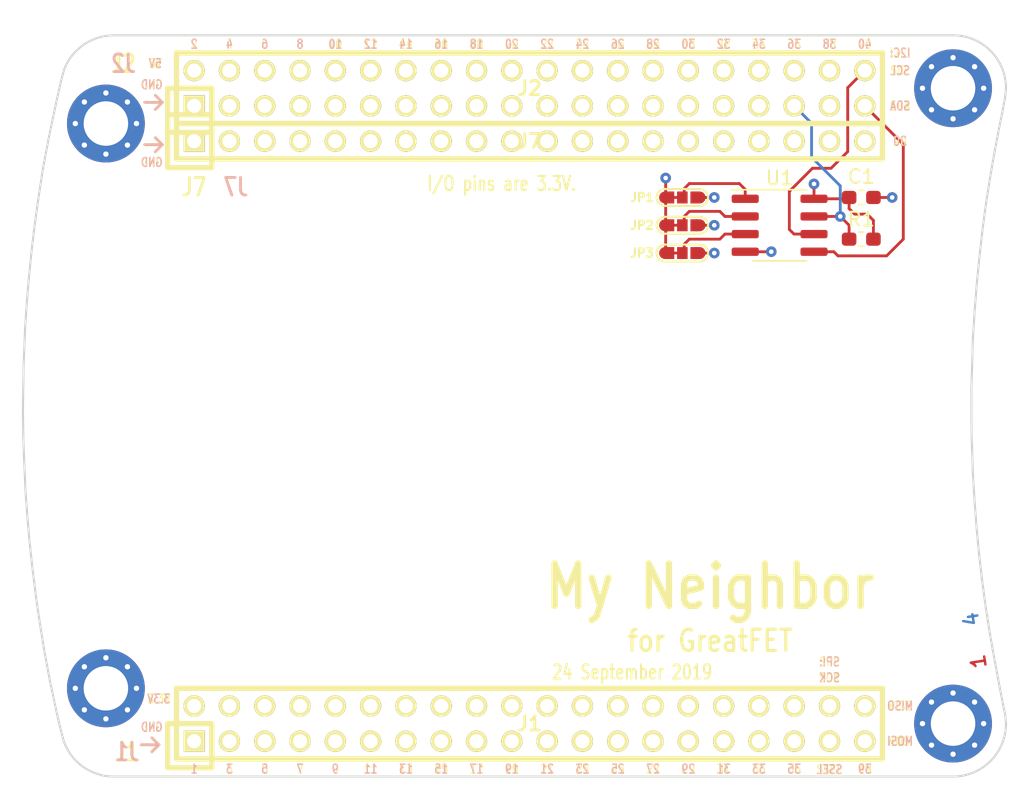
<source format=kicad_pcb>
(kicad_pcb (version 20171130) (host pcbnew 5.1.4)
  (layers (0 F.Cu signal) (1 C2.Cu power) (2 C3.Cu power) (31 B.Cu signal) (34 B.Paste user) (35 F.Paste user) (36 B.SilkS user) (37 F.SilkS user) (38 B.Mask user) (39 F.Mask user) (44 Edge.Cuts user))
  (net 0 "")
  (net 1 GND)
  (net 2 VCC)
  (net 3 /P4_9)
  (net 4 /P0_0)
  (net 5 /P4_10)
  (net 6 /P0_1)
  (net 7 /P1_0)
  (net 8 /P5_0)
  (net 9 /P5_1)
  (net 10 /P1_1)
  (net 11 /CLK0)
  (net 12 /P1_2)
  (net 13 /P1_5)
  (net 14 /P5_2)
  (net 15 /P1_7)
  (net 16 /P1_6)
  (net 17 /P1_9)
  (net 18 /P1_8)
  (net 19 /P5_3)
  (net 20 /P1_10)
  (net 21 /P1_12)
  (net 22 /P1_11)
  (net 23 /P5_5)
  (net 24 /P5_4)
  (net 25 /P1_14)
  (net 26 /P1_13)
  (net 27 /P5_6)
  (net 28 /P1_15)
  (net 29 /P5_7)
  (net 30 /P1_16)
  (net 31 /P1_18)
  (net 32 /P1_17)
  (net 33 /P9_5)
  (net 34 /P9_6)
  (net 35 /P2_0)
  (net 36 /P6_0)
  (net 37 /P1_20)
  (net 38 /P1_19)
  (net 39 /P1_4)
  (net 40 /P1_3)
  (net 41 /P4_8)
  (net 42 /P4_0)
  (net 43 /ADC0_0)
  (net 44 /P4_5)
  (net 45 /P4_4)
  (net 46 /P4_2)
  (net 47 /P4_3)
  (net 48 /P4_6)
  (net 49 /P4_7)
  (net 50 /CLK2)
  (net 51 /P2_8)
  (net 52 /P2_7)
  (net 53 /P2_6)
  (net 54 /P7_7)
  (net 55 /WAKEUP0)
  (net 56 /P2_5)
  (net 57 /P2_4)
  (net 58 /P2_3)
  (net 59 /PF_4)
  (net 60 /P3_2)
  (net 61 /P7_2)
  (net 62 /P3_1)
  (net 63 /P7_1)
  (net 64 /P3_0)
  (net 65 /P7_0)
  (net 66 /P3_4)
  (net 67 /P6_8)
  (net 68 /P3_7)
  (net 69 /P6_7)
  (net 70 /P3_3)
  (net 71 /P2_2)
  (net 72 /P6_6)
  (net 73 /P2_1)
  (net 74 /P6_3)
  (net 75 /P3_5)
  (net 76 /P3_6)
  (net 77 /I2C0_SDA)
  (net 78 /I2C0_SCL)
  (net 79 /P6_4)
  (net 80 /P6_5)
  (net 81 /ADC0_5)
  (net 82 /ADC0_2)
  (net 83 /P2_9)
  (net 84 /P2_12)
  (net 85 /P2_13)
  (net 86 /RTC_ALARM)
  (net 87 /RESET)
  (net 88 /VBAT)
  (net 89 /P2_11)
  (net 90 /P2_10)
  (net 91 /P6_10)
  (net 92 /P6_9)
  (net 93 /P6_2)
  (net 94 /P6_1)
  (net 95 /E0)
  (net 96 /E1)
  (net 97 /E2)
  (net 98 /RTCX1)
  (net 99 +5V)
  (module neighbor:0603-JUMPER-3-BRIDGED12 (layer F.Cu) (at 157.05 82.25)
    (fp_text reference JP2 (at -2.9 0) (layer F.SilkS) (effects (font (size 0.6096 0.6096) (thickness 0.1524))))
    (fp_text value Jumper_3_Bridged12 hide)
    (pad "" smd rect (at -0.5 0) (size 0.762 0.2032) (layers F.Cu F.Mask))
    (pad 2 smd rect (at 0 0) (size 0.762 0.8636) (layers F.Cu F.Mask) (net 96 /E1))
    (pad 3 smd oval (at 1.1271 0) (size 1.0922 0.8636) (layers F.Cu F.Mask) (net 2 VCC))
    (pad 1 smd rect (at -0.835 0) (size 0.508 0.8636) (layers F.Cu F.Mask) (net 1 GND))
    (pad 3 smd rect (at 0.835 0) (size 0.508 0.8636) (layers F.Cu F.Mask) (net 2 VCC))
    (pad 1 smd oval (at -1.1271 0) (size 1.0922 0.8636) (layers F.Cu F.Mask) (net 1 GND))
  )
  (module Capacitor_SMD:C_0603_1608Metric_Pad1.05x0.95mm_HandSolder (layer F.Cu) (at 169.925 80.25 180)
    (fp_text reference C1 (at 0 1.5) (layer F.SilkS))
    (fp_text value 100nF)
    (pad 2 smd roundrect (at 0.875 0 180) (size 1.05 0.95) (layers F.Cu F.Paste F.Mask) (net 2 VCC))
    (pad 1 smd roundrect (at -0.875 0 180) (size 1.05 0.95) (layers F.Cu F.Paste F.Mask) (net 1 GND))
  )
  (module Resistor_SMD:R_0603_1608Metric_Pad1.05x0.95mm_HandSolder (layer F.Cu) (at 169.925 83.25)
    (fp_text reference R1 (at 0 -1.43) (layer F.SilkS))
    (fp_text value 10k)
    (pad 2 smd roundrect (at 0.875 0) (size 1.05 0.95) (layers F.Cu F.Paste F.Mask) (net 2 VCC))
    (pad 1 smd roundrect (at -0.875 0) (size 1.05 0.95) (layers F.Cu F.Paste F.Mask) (net 73 /P2_1))
  )
  (module neighbor:0603-JUMPER-3-BRIDGED12 (layer F.Cu) (at 157.05 84.25)
    (fp_text reference JP3 (at -2.9 0) (layer F.SilkS) (effects (font (size 0.6096 0.6096) (thickness 0.1524))))
    (fp_text value Jumper_3_Bridged12 hide)
    (pad "" smd rect (at -0.5 0) (size 0.762 0.2032) (layers F.Cu F.Mask))
    (pad 2 smd rect (at 0 0) (size 0.762 0.8636) (layers F.Cu F.Mask) (net 97 /E2))
    (pad 3 smd oval (at 1.1271 0) (size 1.0922 0.8636) (layers F.Cu F.Mask) (net 2 VCC))
    (pad 1 smd rect (at -0.835 0) (size 0.508 0.8636) (layers F.Cu F.Mask) (net 1 GND))
    (pad 3 smd rect (at 0.835 0) (size 0.508 0.8636) (layers F.Cu F.Mask) (net 2 VCC))
    (pad 1 smd oval (at -1.1271 0) (size 1.0922 0.8636) (layers F.Cu F.Mask) (net 1 GND))
  )
  (module neighbor:0603-JUMPER-3-BRIDGED12 (layer F.Cu) (at 157.05 80.25)
    (fp_text reference JP1 (at -2.9 0) (layer F.SilkS) (effects (font (size 0.6096 0.6096) (thickness 0.1524))))
    (fp_text value Jumper_3_Bridged12 hide)
    (pad "" smd rect (at -0.5 0) (size 0.762 0.2032) (layers F.Cu F.Mask))
    (pad 2 smd rect (at 0 0) (size 0.762 0.8636) (layers F.Cu F.Mask) (net 95 /E0))
    (pad 3 smd oval (at 1.1271 0) (size 1.0922 0.8636) (layers F.Cu F.Mask) (net 2 VCC))
    (pad 1 smd rect (at -0.835 0) (size 0.508 0.8636) (layers F.Cu F.Mask) (net 1 GND))
    (pad 3 smd rect (at 0.835 0) (size 0.508 0.8636) (layers F.Cu F.Mask) (net 2 VCC))
    (pad 1 smd oval (at -1.1271 0) (size 1.0922 0.8636) (layers F.Cu F.Mask) (net 1 GND))
  )
  (module Package_SO:SOIC-8_3.9x4.9mm_P1.27mm (layer F.Cu) (at 164.05 82.25)
    (fp_text reference U1 (at 0 -3.4) (layer F.SilkS))
    (fp_text value M24C02-FMN6TP)
    (pad 8 smd roundrect (at 2.475 -1.905) (size 1.95 0.6) (layers F.Cu F.Paste F.Mask) (net 2 VCC))
    (pad 7 smd roundrect (at 2.475 -0.635) (size 1.95 0.6) (layers F.Cu F.Paste F.Mask) (net 73 /P2_1))
    (pad 6 smd roundrect (at 2.475 0.635) (size 1.95 0.6) (layers F.Cu F.Paste F.Mask) (net 78 /I2C0_SCL))
    (pad 5 smd roundrect (at 2.475 1.905) (size 1.95 0.6) (layers F.Cu F.Paste F.Mask) (net 77 /I2C0_SDA))
    (pad 4 smd roundrect (at -2.475 1.905) (size 1.95 0.6) (layers F.Cu F.Paste F.Mask) (net 1 GND))
    (pad 3 smd roundrect (at -2.475 0.635) (size 1.95 0.6) (layers F.Cu F.Paste F.Mask) (net 97 /E2))
    (pad 2 smd roundrect (at -2.475 -0.635) (size 1.95 0.6) (layers F.Cu F.Paste F.Mask) (net 96 /E1))
    (pad 1 smd roundrect (at -2.475 -1.905) (size 1.95 0.6) (layers F.Cu F.Paste F.Mask) (net 95 /E0))
  )
  (module neighbor:HEADER-1x20 (layer F.Cu) (at 146.05 76.2)
    (fp_text reference J7 (at 0 0) (layer F.SilkS) (effects (font (size 1.016 1.016) (thickness 0.2032))))
    (fp_text value BONUS_ROW hide)
    (pad 1 thru_hole rect (at -24.13 0) (size 1.524 1.524) (drill 1.016) (layers *.Cu *.Mask F.SilkS) (net 1 GND))
    (pad 2 thru_hole circle (at -21.59 0) (size 1.524 1.524) (drill 1.016) (layers *.Cu *.Mask F.SilkS) (net 79 /P6_4))
    (pad 3 thru_hole circle (at -19.05 0) (size 1.524 1.524) (drill 1.016) (layers *.Cu *.Mask F.SilkS) (net 80 /P6_5))
    (pad 4 thru_hole circle (at -16.51 0) (size 1.524 1.524) (drill 1.016) (layers *.Cu *.Mask F.SilkS) (net 81 /ADC0_5))
    (pad 5 thru_hole circle (at -13.97 0) (size 1.524 1.524) (drill 1.016) (layers *.Cu *.Mask F.SilkS) (net 82 /ADC0_2))
    (pad 6 thru_hole circle (at -11.43 0) (size 1.524 1.524) (drill 1.016) (layers *.Cu *.Mask F.SilkS) (net 83 /P2_9))
    (pad 7 thru_hole circle (at -8.89 0) (size 1.524 1.524) (drill 1.016) (layers *.Cu *.Mask F.SilkS) (net 84 /P2_12))
    (pad 8 thru_hole circle (at -6.35 0) (size 1.524 1.524) (drill 1.016) (layers *.Cu *.Mask F.SilkS) (net 85 /P2_13))
    (pad 9 thru_hole circle (at -3.81 0) (size 1.524 1.524) (drill 1.016) (layers *.Cu *.Mask F.SilkS) (net 86 /RTC_ALARM))
    (pad 10 thru_hole circle (at -1.27 0) (size 1.524 1.524) (drill 1.016) (layers *.Cu *.Mask F.SilkS) (net 98 /RTCX1))
    (pad 11 thru_hole circle (at 1.27 0) (size 1.524 1.524) (drill 1.016) (layers *.Cu *.Mask F.SilkS) (net 87 /RESET))
    (pad 12 thru_hole circle (at 3.81 0) (size 1.524 1.524) (drill 1.016) (layers *.Cu *.Mask F.SilkS) (net 88 /VBAT))
    (pad 13 thru_hole circle (at 6.35 0) (size 1.524 1.524) (drill 1.016) (layers *.Cu *.Mask F.SilkS) (net 89 /P2_11))
    (pad 14 thru_hole circle (at 8.89 0) (size 1.524 1.524) (drill 1.016) (layers *.Cu *.Mask F.SilkS) (net 90 /P2_10))
    (pad 15 thru_hole circle (at 11.43 0) (size 1.524 1.524) (drill 1.016) (layers *.Cu *.Mask F.SilkS) (net 91 /P6_10))
    (pad 16 thru_hole circle (at 13.97 0) (size 1.524 1.524) (drill 1.016) (layers *.Cu *.Mask F.SilkS) (net 92 /P6_9))
    (pad 17 thru_hole circle (at 16.51 0) (size 1.524 1.524) (drill 1.016) (layers *.Cu *.Mask F.SilkS) (net 93 /P6_2))
    (pad 18 thru_hole circle (at 19.05 0) (size 1.524 1.524) (drill 1.016) (layers *.Cu *.Mask F.SilkS) (net 94 /P6_1))
    (pad 19 thru_hole circle (at 21.59 0) (size 1.524 1.524) (drill 1.016) (layers *.Cu *.Mask F.SilkS) (net 1 GND))
    (pad 20 thru_hole circle (at 24.13 0) (size 1.524 1.524) (drill 1.016) (layers *.Cu *.Mask F.SilkS) (net 2 VCC))
  )
  (module neighbor:HEADER-2x20 (layer F.Cu) (at 146.05 118.11)
    (fp_text reference J1 (at 0 0) (layer F.SilkS) (effects (font (size 1.016 1.016) (thickness 0.2032))))
    (fp_text value NEIGHBOR1 hide)
    (pad 1 thru_hole rect (at -24.13 1.27) (size 1.524 1.524) (drill 1.016) (layers *.Cu *.Mask F.SilkS) (net 1 GND))
    (pad 2 thru_hole circle (at -24.13 -1.27) (size 1.524 1.524) (drill 1.016) (layers *.Cu *.Mask F.SilkS) (net 2 VCC))
    (pad 3 thru_hole circle (at -21.59 1.27) (size 1.524 1.524) (drill 1.016) (layers *.Cu *.Mask F.SilkS) (net 3 /P4_9))
    (pad 4 thru_hole circle (at -21.59 -1.27) (size 1.524 1.524) (drill 1.016) (layers *.Cu *.Mask F.SilkS) (net 4 /P0_0))
    (pad 5 thru_hole circle (at -19.05 1.27) (size 1.524 1.524) (drill 1.016) (layers *.Cu *.Mask F.SilkS) (net 5 /P4_10))
    (pad 6 thru_hole circle (at -19.05 -1.27) (size 1.524 1.524) (drill 1.016) (layers *.Cu *.Mask F.SilkS) (net 6 /P0_1))
    (pad 7 thru_hole circle (at -16.51 1.27) (size 1.524 1.524) (drill 1.016) (layers *.Cu *.Mask F.SilkS) (net 7 /P1_0))
    (pad 8 thru_hole circle (at -16.51 -1.27) (size 1.524 1.524) (drill 1.016) (layers *.Cu *.Mask F.SilkS) (net 8 /P5_0))
    (pad 9 thru_hole circle (at -13.97 1.27) (size 1.524 1.524) (drill 1.016) (layers *.Cu *.Mask F.SilkS) (net 9 /P5_1))
    (pad 10 thru_hole circle (at -13.97 -1.27) (size 1.524 1.524) (drill 1.016) (layers *.Cu *.Mask F.SilkS) (net 10 /P1_1))
    (pad 11 thru_hole circle (at -11.43 1.27) (size 1.524 1.524) (drill 1.016) (layers *.Cu *.Mask F.SilkS) (net 11 /CLK0))
    (pad 12 thru_hole circle (at -11.43 -1.27) (size 1.524 1.524) (drill 1.016) (layers *.Cu *.Mask F.SilkS) (net 12 /P1_2))
    (pad 13 thru_hole circle (at -8.89 1.27) (size 1.524 1.524) (drill 1.016) (layers *.Cu *.Mask F.SilkS) (net 13 /P1_5))
    (pad 14 thru_hole circle (at -8.89 -1.27) (size 1.524 1.524) (drill 1.016) (layers *.Cu *.Mask F.SilkS) (net 14 /P5_2))
    (pad 15 thru_hole circle (at -6.35 1.27) (size 1.524 1.524) (drill 1.016) (layers *.Cu *.Mask F.SilkS) (net 15 /P1_7))
    (pad 16 thru_hole circle (at -6.35 -1.27) (size 1.524 1.524) (drill 1.016) (layers *.Cu *.Mask F.SilkS) (net 16 /P1_6))
    (pad 17 thru_hole circle (at -3.81 1.27) (size 1.524 1.524) (drill 1.016) (layers *.Cu *.Mask F.SilkS) (net 17 /P1_9))
    (pad 18 thru_hole circle (at -3.81 -1.27) (size 1.524 1.524) (drill 1.016) (layers *.Cu *.Mask F.SilkS) (net 18 /P1_8))
    (pad 19 thru_hole circle (at -1.27 1.27) (size 1.524 1.524) (drill 1.016) (layers *.Cu *.Mask F.SilkS) (net 19 /P5_3))
    (pad 20 thru_hole circle (at -1.27 -1.27) (size 1.524 1.524) (drill 1.016) (layers *.Cu *.Mask F.SilkS) (net 20 /P1_10))
    (pad 21 thru_hole circle (at 1.27 1.27) (size 1.524 1.524) (drill 1.016) (layers *.Cu *.Mask F.SilkS) (net 21 /P1_12))
    (pad 22 thru_hole circle (at 1.27 -1.27) (size 1.524 1.524) (drill 1.016) (layers *.Cu *.Mask F.SilkS) (net 22 /P1_11))
    (pad 23 thru_hole circle (at 3.81 1.27) (size 1.524 1.524) (drill 1.016) (layers *.Cu *.Mask F.SilkS) (net 23 /P5_5))
    (pad 24 thru_hole circle (at 3.81 -1.27) (size 1.524 1.524) (drill 1.016) (layers *.Cu *.Mask F.SilkS) (net 24 /P5_4))
    (pad 25 thru_hole circle (at 6.35 1.27) (size 1.524 1.524) (drill 1.016) (layers *.Cu *.Mask F.SilkS) (net 25 /P1_14))
    (pad 26 thru_hole circle (at 6.35 -1.27) (size 1.524 1.524) (drill 1.016) (layers *.Cu *.Mask F.SilkS) (net 26 /P1_13))
    (pad 27 thru_hole circle (at 8.89 1.27) (size 1.524 1.524) (drill 1.016) (layers *.Cu *.Mask F.SilkS) (net 27 /P5_6))
    (pad 28 thru_hole circle (at 8.89 -1.27) (size 1.524 1.524) (drill 1.016) (layers *.Cu *.Mask F.SilkS) (net 28 /P1_15))
    (pad 29 thru_hole circle (at 11.43 1.27) (size 1.524 1.524) (drill 1.016) (layers *.Cu *.Mask F.SilkS) (net 29 /P5_7))
    (pad 30 thru_hole circle (at 11.43 -1.27) (size 1.524 1.524) (drill 1.016) (layers *.Cu *.Mask F.SilkS) (net 30 /P1_16))
    (pad 31 thru_hole circle (at 13.97 1.27) (size 1.524 1.524) (drill 1.016) (layers *.Cu *.Mask F.SilkS) (net 31 /P1_18))
    (pad 32 thru_hole circle (at 13.97 -1.27) (size 1.524 1.524) (drill 1.016) (layers *.Cu *.Mask F.SilkS) (net 32 /P1_17))
    (pad 33 thru_hole circle (at 16.51 1.27) (size 1.524 1.524) (drill 1.016) (layers *.Cu *.Mask F.SilkS) (net 33 /P9_5))
    (pad 34 thru_hole circle (at 16.51 -1.27) (size 1.524 1.524) (drill 1.016) (layers *.Cu *.Mask F.SilkS) (net 34 /P9_6))
    (pad 35 thru_hole circle (at 19.05 1.27) (size 1.524 1.524) (drill 1.016) (layers *.Cu *.Mask F.SilkS) (net 35 /P2_0))
    (pad 36 thru_hole circle (at 19.05 -1.27) (size 1.524 1.524) (drill 1.016) (layers *.Cu *.Mask F.SilkS) (net 36 /P6_0))
    (pad 37 thru_hole circle (at 21.59 1.27) (size 1.524 1.524) (drill 1.016) (layers *.Cu *.Mask F.SilkS) (net 37 /P1_20))
    (pad 38 thru_hole circle (at 21.59 -1.27) (size 1.524 1.524) (drill 1.016) (layers *.Cu *.Mask F.SilkS) (net 38 /P1_19))
    (pad 39 thru_hole circle (at 24.13 1.27) (size 1.524 1.524) (drill 1.016) (layers *.Cu *.Mask F.SilkS) (net 39 /P1_4))
    (pad 40 thru_hole circle (at 24.13 -1.27) (size 1.524 1.524) (drill 1.016) (layers *.Cu *.Mask F.SilkS) (net 40 /P1_3))
  )
  (module neighbor:HEADER-2x20 (layer F.Cu) (at 146.05 72.39)
    (fp_text reference J2 (at 0 0) (layer F.SilkS) (effects (font (size 1.016 1.016) (thickness 0.2032))))
    (fp_text value NEIGHBOR2 hide)
    (pad 1 thru_hole rect (at -24.13 1.27) (size 1.524 1.524) (drill 1.016) (layers *.Cu *.Mask F.SilkS) (net 1 GND))
    (pad 2 thru_hole circle (at -24.13 -1.27) (size 1.524 1.524) (drill 1.016) (layers *.Cu *.Mask F.SilkS) (net 99 +5V))
    (pad 3 thru_hole circle (at -21.59 1.27) (size 1.524 1.524) (drill 1.016) (layers *.Cu *.Mask F.SilkS) (net 41 /P4_8))
    (pad 4 thru_hole circle (at -21.59 -1.27) (size 1.524 1.524) (drill 1.016) (layers *.Cu *.Mask F.SilkS) (net 42 /P4_0))
    (pad 5 thru_hole circle (at -19.05 1.27) (size 1.524 1.524) (drill 1.016) (layers *.Cu *.Mask F.SilkS) (net 43 /ADC0_0))
    (pad 6 thru_hole circle (at -19.05 -1.27) (size 1.524 1.524) (drill 1.016) (layers *.Cu *.Mask F.SilkS) (net 44 /P4_5))
    (pad 7 thru_hole circle (at -16.51 1.27) (size 1.524 1.524) (drill 1.016) (layers *.Cu *.Mask F.SilkS) (net 45 /P4_4))
    (pad 8 thru_hole circle (at -16.51 -1.27) (size 1.524 1.524) (drill 1.016) (layers *.Cu *.Mask F.SilkS) (net 46 /P4_2))
    (pad 9 thru_hole circle (at -13.97 1.27) (size 1.524 1.524) (drill 1.016) (layers *.Cu *.Mask F.SilkS) (net 47 /P4_3))
    (pad 10 thru_hole circle (at -13.97 -1.27) (size 1.524 1.524) (drill 1.016) (layers *.Cu *.Mask F.SilkS) (net 48 /P4_6))
    (pad 11 thru_hole circle (at -11.43 1.27) (size 1.524 1.524) (drill 1.016) (layers *.Cu *.Mask F.SilkS) (net 49 /P4_7))
    (pad 12 thru_hole circle (at -11.43 -1.27) (size 1.524 1.524) (drill 1.016) (layers *.Cu *.Mask F.SilkS) (net 50 /CLK2))
    (pad 13 thru_hole circle (at -8.89 1.27) (size 1.524 1.524) (drill 1.016) (layers *.Cu *.Mask F.SilkS) (net 51 /P2_8))
    (pad 14 thru_hole circle (at -8.89 -1.27) (size 1.524 1.524) (drill 1.016) (layers *.Cu *.Mask F.SilkS) (net 52 /P2_7))
    (pad 15 thru_hole circle (at -6.35 1.27) (size 1.524 1.524) (drill 1.016) (layers *.Cu *.Mask F.SilkS) (net 53 /P2_6))
    (pad 16 thru_hole circle (at -6.35 -1.27) (size 1.524 1.524) (drill 1.016) (layers *.Cu *.Mask F.SilkS) (net 54 /P7_7))
    (pad 17 thru_hole circle (at -3.81 1.27) (size 1.524 1.524) (drill 1.016) (layers *.Cu *.Mask F.SilkS) (net 55 /WAKEUP0))
    (pad 18 thru_hole circle (at -3.81 -1.27) (size 1.524 1.524) (drill 1.016) (layers *.Cu *.Mask F.SilkS) (net 56 /P2_5))
    (pad 19 thru_hole circle (at -1.27 1.27) (size 1.524 1.524) (drill 1.016) (layers *.Cu *.Mask F.SilkS) (net 57 /P2_4))
    (pad 20 thru_hole circle (at -1.27 -1.27) (size 1.524 1.524) (drill 1.016) (layers *.Cu *.Mask F.SilkS) (net 58 /P2_3))
    (pad 21 thru_hole circle (at 1.27 1.27) (size 1.524 1.524) (drill 1.016) (layers *.Cu *.Mask F.SilkS) (net 59 /PF_4))
    (pad 22 thru_hole circle (at 1.27 -1.27) (size 1.524 1.524) (drill 1.016) (layers *.Cu *.Mask F.SilkS) (net 60 /P3_2))
    (pad 23 thru_hole circle (at 3.81 1.27) (size 1.524 1.524) (drill 1.016) (layers *.Cu *.Mask F.SilkS) (net 61 /P7_2))
    (pad 24 thru_hole circle (at 3.81 -1.27) (size 1.524 1.524) (drill 1.016) (layers *.Cu *.Mask F.SilkS) (net 62 /P3_1))
    (pad 25 thru_hole circle (at 6.35 1.27) (size 1.524 1.524) (drill 1.016) (layers *.Cu *.Mask F.SilkS) (net 63 /P7_1))
    (pad 26 thru_hole circle (at 6.35 -1.27) (size 1.524 1.524) (drill 1.016) (layers *.Cu *.Mask F.SilkS) (net 64 /P3_0))
    (pad 27 thru_hole circle (at 8.89 1.27) (size 1.524 1.524) (drill 1.016) (layers *.Cu *.Mask F.SilkS) (net 65 /P7_0))
    (pad 28 thru_hole circle (at 8.89 -1.27) (size 1.524 1.524) (drill 1.016) (layers *.Cu *.Mask F.SilkS) (net 66 /P3_4))
    (pad 29 thru_hole circle (at 11.43 1.27) (size 1.524 1.524) (drill 1.016) (layers *.Cu *.Mask F.SilkS) (net 67 /P6_8))
    (pad 30 thru_hole circle (at 11.43 -1.27) (size 1.524 1.524) (drill 1.016) (layers *.Cu *.Mask F.SilkS) (net 68 /P3_7))
    (pad 31 thru_hole circle (at 13.97 1.27) (size 1.524 1.524) (drill 1.016) (layers *.Cu *.Mask F.SilkS) (net 69 /P6_7))
    (pad 32 thru_hole circle (at 13.97 -1.27) (size 1.524 1.524) (drill 1.016) (layers *.Cu *.Mask F.SilkS) (net 70 /P3_3))
    (pad 33 thru_hole circle (at 16.51 1.27) (size 1.524 1.524) (drill 1.016) (layers *.Cu *.Mask F.SilkS) (net 71 /P2_2))
    (pad 34 thru_hole circle (at 16.51 -1.27) (size 1.524 1.524) (drill 1.016) (layers *.Cu *.Mask F.SilkS) (net 72 /P6_6))
    (pad 35 thru_hole circle (at 19.05 1.27) (size 1.524 1.524) (drill 1.016) (layers *.Cu *.Mask F.SilkS) (net 73 /P2_1))
    (pad 36 thru_hole circle (at 19.05 -1.27) (size 1.524 1.524) (drill 1.016) (layers *.Cu *.Mask F.SilkS) (net 74 /P6_3))
    (pad 37 thru_hole circle (at 21.59 1.27) (size 1.524 1.524) (drill 1.016) (layers *.Cu *.Mask F.SilkS) (net 75 /P3_5))
    (pad 38 thru_hole circle (at 21.59 -1.27) (size 1.524 1.524) (drill 1.016) (layers *.Cu *.Mask F.SilkS) (net 76 /P3_6))
    (pad 39 thru_hole circle (at 24.13 1.27) (size 1.524 1.524) (drill 1.016) (layers *.Cu *.Mask F.SilkS) (net 77 /I2C0_SDA))
    (pad 40 thru_hole circle (at 24.13 -1.27) (size 1.524 1.524) (drill 1.016) (layers *.Cu *.Mask F.SilkS) (net 78 /I2C0_SCL))
  )
  (module neighbor:HOLE126MIL-COPPER (layer F.Cu) (at 115.57 74.93)
    (fp_text reference MH1 hide)
    (fp_text value MOUNTING_HOLE hide)
    (pad 1 thru_hole circle (at 0 0) (size 5.6 5.6) (drill 3.2004) (layers *.Cu *.Mask) (net 1 GND))
    (pad 1 thru_hole circle (at 0 -2.2) (size 0.6 0.6) (drill 0.381) (layers *.Cu *.Mask) (net 1 GND))
    (pad 1 thru_hole circle (at -2.2 0) (size 0.6 0.6) (drill 0.381) (layers *.Cu *.Mask) (net 1 GND))
    (pad 1 thru_hole circle (at 0 2.2) (size 0.6 0.6) (drill 0.381) (layers *.Cu *.Mask) (net 1 GND))
    (pad 1 thru_hole circle (at 2.2 0) (size 0.6 0.6) (drill 0.381) (layers *.Cu *.Mask) (net 1 GND))
    (pad 1 thru_hole circle (at 1.55 -1.55) (size 0.6 0.6) (drill 0.381) (layers *.Cu *.Mask) (net 1 GND))
    (pad 1 thru_hole circle (at -1.55 -1.55) (size 0.6 0.6) (drill 0.381) (layers *.Cu *.Mask) (net 1 GND))
    (pad 1 thru_hole circle (at -1.55 1.55) (size 0.6 0.6) (drill 0.381) (layers *.Cu *.Mask) (net 1 GND))
    (pad 1 thru_hole circle (at 1.55 1.55) (size 0.6 0.6) (drill 0.381) (layers *.Cu *.Mask) (net 1 GND))
  )
  (module neighbor:HOLE126MIL-COPPER (layer F.Cu) (at 115.57 115.57)
    (fp_text reference MH2 hide)
    (fp_text value MOUNTING_HOLE hide)
    (pad 1 thru_hole circle (at 0 0) (size 5.6 5.6) (drill 3.2004) (layers *.Cu *.Mask) (net 1 GND))
    (pad 1 thru_hole circle (at 0 -2.2) (size 0.6 0.6) (drill 0.381) (layers *.Cu *.Mask) (net 1 GND))
    (pad 1 thru_hole circle (at -2.2 0) (size 0.6 0.6) (drill 0.381) (layers *.Cu *.Mask) (net 1 GND))
    (pad 1 thru_hole circle (at 0 2.2) (size 0.6 0.6) (drill 0.381) (layers *.Cu *.Mask) (net 1 GND))
    (pad 1 thru_hole circle (at 2.2 0) (size 0.6 0.6) (drill 0.381) (layers *.Cu *.Mask) (net 1 GND))
    (pad 1 thru_hole circle (at 1.55 -1.55) (size 0.6 0.6) (drill 0.381) (layers *.Cu *.Mask) (net 1 GND))
    (pad 1 thru_hole circle (at -1.55 -1.55) (size 0.6 0.6) (drill 0.381) (layers *.Cu *.Mask) (net 1 GND))
    (pad 1 thru_hole circle (at -1.55 1.55) (size 0.6 0.6) (drill 0.381) (layers *.Cu *.Mask) (net 1 GND))
    (pad 1 thru_hole circle (at 1.55 1.55) (size 0.6 0.6) (drill 0.381) (layers *.Cu *.Mask) (net 1 GND))
  )
  (module neighbor:HOLE126MIL-COPPER (layer F.Cu) (at 176.53 118.11)
    (fp_text reference MH3 hide)
    (fp_text value MOUNTING_HOLE hide)
    (pad 1 thru_hole circle (at 0 0) (size 5.6 5.6) (drill 3.2004) (layers *.Cu *.Mask) (net 1 GND))
    (pad 1 thru_hole circle (at 0 -2.2) (size 0.6 0.6) (drill 0.381) (layers *.Cu *.Mask) (net 1 GND))
    (pad 1 thru_hole circle (at -2.2 0) (size 0.6 0.6) (drill 0.381) (layers *.Cu *.Mask) (net 1 GND))
    (pad 1 thru_hole circle (at 0 2.2) (size 0.6 0.6) (drill 0.381) (layers *.Cu *.Mask) (net 1 GND))
    (pad 1 thru_hole circle (at 2.2 0) (size 0.6 0.6) (drill 0.381) (layers *.Cu *.Mask) (net 1 GND))
    (pad 1 thru_hole circle (at 1.55 -1.55) (size 0.6 0.6) (drill 0.381) (layers *.Cu *.Mask) (net 1 GND))
    (pad 1 thru_hole circle (at -1.55 -1.55) (size 0.6 0.6) (drill 0.381) (layers *.Cu *.Mask) (net 1 GND))
    (pad 1 thru_hole circle (at -1.55 1.55) (size 0.6 0.6) (drill 0.381) (layers *.Cu *.Mask) (net 1 GND))
    (pad 1 thru_hole circle (at 1.55 1.55) (size 0.6 0.6) (drill 0.381) (layers *.Cu *.Mask) (net 1 GND))
  )
  (module neighbor:HOLE126MIL-COPPER (layer F.Cu) (at 176.53 72.39)
    (fp_text reference MH4 hide)
    (fp_text value MOUNTING_HOLE hide)
    (pad 1 thru_hole circle (at 0 0) (size 5.6 5.6) (drill 3.2004) (layers *.Cu *.Mask) (net 1 GND))
    (pad 1 thru_hole circle (at 0 -2.2) (size 0.6 0.6) (drill 0.381) (layers *.Cu *.Mask) (net 1 GND))
    (pad 1 thru_hole circle (at -2.2 0) (size 0.6 0.6) (drill 0.381) (layers *.Cu *.Mask) (net 1 GND))
    (pad 1 thru_hole circle (at 0 2.2) (size 0.6 0.6) (drill 0.381) (layers *.Cu *.Mask) (net 1 GND))
    (pad 1 thru_hole circle (at 2.2 0) (size 0.6 0.6) (drill 0.381) (layers *.Cu *.Mask) (net 1 GND))
    (pad 1 thru_hole circle (at 1.55 -1.55) (size 0.6 0.6) (drill 0.381) (layers *.Cu *.Mask) (net 1 GND))
    (pad 1 thru_hole circle (at -1.55 -1.55) (size 0.6 0.6) (drill 0.381) (layers *.Cu *.Mask) (net 1 GND))
    (pad 1 thru_hole circle (at -1.55 1.55) (size 0.6 0.6) (drill 0.381) (layers *.Cu *.Mask) (net 1 GND))
    (pad 1 thru_hole circle (at 1.55 1.55) (size 0.6 0.6) (drill 0.381) (layers *.Cu *.Mask) (net 1 GND))
  )
  (gr_text "for GreatFET" (at 159.05 112.15) (layer F.SilkS) (effects (font (size 1.524 1.27) (thickness 0.2286))))
  (gr_line (start 109.6772 98.933) (end 109.728 99.9998) (angle 90) (layer Edge.Cuts) (width 0.15))
  (gr_line (start 109.6264 97.4852) (end 109.6772 98.933) (angle 90) (layer Edge.Cuts) (width 0.15))
  (gr_line (start 109.601 95.5802) (end 109.6264 97.4852) (angle 90) (layer Edge.Cuts) (width 0.15))
  (gr_line (start 109.6264 93.726) (end 109.601 95.5802) (angle 90) (layer Edge.Cuts) (width 0.15))
  (gr_line (start 109.6518 92.1766) (end 109.6264 93.726) (angle 90) (layer Edge.Cuts) (width 0.15))
  (gr_line (start 109.728 90.5002) (end 109.6518 92.1766) (angle 90) (layer Edge.Cuts) (width 0.15))
  (gr_line (start 177.927 99.0346) (end 177.9524 99.9998) (angle 90) (layer Edge.Cuts) (width 0.15))
  (gr_line (start 177.8762 97.79) (end 177.927 99.0346) (angle 90) (layer Edge.Cuts) (width 0.15))
  (gr_line (start 177.8508 96.393) (end 177.8762 97.79) (angle 90) (layer Edge.Cuts) (width 0.15))
  (gr_line (start 177.8508 95.123) (end 177.8508 96.393) (angle 90) (layer Edge.Cuts) (width 0.15))
  (gr_line (start 177.8508 94.0054) (end 177.8508 95.123) (angle 90) (layer Edge.Cuts) (width 0.15))
  (gr_line (start 177.9016 92.3544) (end 177.8508 94.0054) (angle 90) (layer Edge.Cuts) (width 0.15))
  (gr_line (start 177.9524 90.5002) (end 177.9016 92.3544) (angle 90) (layer Edge.Cuts) (width 0.15))
  (gr_text "24 September 2019" (at 153.4414 114.4016) (layer F.SilkS) (effects (font (size 1.016 0.762) (thickness 0.1524))))
  (gr_text 4 (at 177.8508 110.5916 98.9) (layer B.Cu) (effects (font (size 1.016 1.016) (thickness 0.1778))))
  (gr_text 1 (at 178.3588 113.6396 98.9) (layer F.Cu) (effects (font (size 1.016 1.016) (thickness 0.1778))))
  (gr_text 5V (at 119.126 70.612) (layer B.SilkS) (effects (font (size 0.635 0.508) (thickness 0.1016)) (justify mirror)))
  (gr_text GND (at 118.872 72.136) (layer B.SilkS) (effects (font (size 0.635 0.508) (thickness 0.1016)) (justify mirror)))
  (gr_line (start 118.364 73.406) (end 119.634 73.406) (angle 90) (layer B.SilkS) (width 0.2032))
  (gr_line (start 119.634 73.406) (end 119.126 72.898) (angle 90) (layer B.SilkS) (width 0.2032))
  (gr_line (start 119.634 73.406) (end 119.126 73.914) (angle 90) (layer B.SilkS) (width 0.2032))
  (gr_line (start 119.634 76.454) (end 118.364 76.454) (angle 90) (layer B.SilkS) (width 0.2032))
  (gr_line (start 119.634 76.454) (end 119.126 75.946) (angle 90) (layer B.SilkS) (width 0.2032))
  (gr_line (start 119.634 76.454) (end 119.126 76.962) (angle 90) (layer B.SilkS) (width 0.2032))
  (gr_text GND (at 118.872 77.724) (layer B.SilkS) (effects (font (size 0.635 0.508) (thickness 0.1016)) (justify mirror)))
  (gr_text SDA (at 172.72 73.66) (layer B.SilkS) (effects (font (size 0.635 0.508) (thickness 0.1016)) (justify mirror)))
  (gr_text SCL (at 172.72 71.12) (layer B.SilkS) (effects (font (size 0.635 0.508) (thickness 0.1016)) (justify mirror)))
  (gr_text I2C: (at 172.72 69.85) (layer B.SilkS) (effects (font (size 0.635 0.508) (thickness 0.1016)) (justify mirror)))
  (gr_text 20 (at 172.72 76.2) (layer B.SilkS) (effects (font (size 0.635 0.508) (thickness 0.1016)) (justify mirror)))
  (gr_text MOSI (at 172.72 119.38) (layer B.SilkS) (effects (font (size 0.635 0.508) (thickness 0.1016)) (justify mirror)))
  (gr_text MISO (at 172.72 116.84) (layer B.SilkS) (effects (font (size 0.635 0.508) (thickness 0.1016)) (justify mirror)))
  (gr_text SCK (at 167.64 114.808) (layer B.SilkS) (effects (font (size 0.635 0.508) (thickness 0.1016)) (justify mirror)))
  (gr_text SPI: (at 167.64 113.665) (layer B.SilkS) (effects (font (size 0.635 0.508) (thickness 0.1016)) (justify mirror)))
  (gr_text GND (at 118.872 118.364) (layer B.SilkS) (effects (font (size 0.635 0.508) (thickness 0.1016)) (justify mirror)))
  (gr_text 3.3V (at 119.38 116.332) (layer B.SilkS) (effects (font (size 0.635 0.508) (thickness 0.1016)) (justify mirror)))
  (gr_line (start 119.38 119.634) (end 118.11 119.634) (angle 90) (layer B.SilkS) (width 0.2032))
  (gr_line (start 119.38 119.634) (end 118.872 119.126) (angle 90) (layer B.SilkS) (width 0.2032))
  (gr_line (start 119.38 119.634) (end 118.872 120.142) (angle 90) (layer B.SilkS) (width 0.2032))
  (gr_text 1 (at 121.92 121.3739) (layer B.SilkS) (effects (font (size 0.635 0.508) (thickness 0.1016)) (justify mirror)))
  (gr_text J1 (at 117.094 120.142) (layer B.SilkS) (effects (font (size 1.27 1.016) (thickness 0.2032)) (justify mirror)))
  (gr_text J1 (at 117.094 120.142) (layer F.SilkS) (effects (font (size 1.27 1.016) (thickness 0.2032))))
  (gr_text J7 (at 124.92 79.502) (layer B.SilkS) (effects (font (size 1.27 1.016) (thickness 0.2032)) (justify mirror)))
  (gr_text J2 (at 116.84 70.612) (layer B.SilkS) (effects (font (size 1.27 1.016) (thickness 0.2032)) (justify mirror)))
  (gr_text 2 (at 121.92 69.215) (layer B.SilkS) (effects (font (size 0.635 0.508) (thickness 0.1016)) (justify mirror)))
  (gr_text 4 (at 124.46 69.215) (layer B.SilkS) (effects (font (size 0.635 0.508) (thickness 0.1016)) (justify mirror)))
  (gr_text 6 (at 127 69.215) (layer B.SilkS) (effects (font (size 0.635 0.508) (thickness 0.1016)) (justify mirror)))
  (gr_text 8 (at 129.54 69.215) (layer B.SilkS) (effects (font (size 0.635 0.508) (thickness 0.1016)) (justify mirror)))
  (gr_text 10 (at 132.08 69.215) (layer B.SilkS) (effects (font (size 0.635 0.508) (thickness 0.1016)) (justify mirror)))
  (gr_text 12 (at 134.62 69.215) (layer B.SilkS) (effects (font (size 0.635 0.508) (thickness 0.1016)) (justify mirror)))
  (gr_text 14 (at 137.16 69.215) (layer B.SilkS) (effects (font (size 0.635 0.508) (thickness 0.1016)) (justify mirror)))
  (gr_text 16 (at 139.7 69.215) (layer B.SilkS) (effects (font (size 0.635 0.508) (thickness 0.1016)) (justify mirror)))
  (gr_text 18 (at 142.24 69.215) (layer B.SilkS) (effects (font (size 0.635 0.508) (thickness 0.1016)) (justify mirror)))
  (gr_text 20 (at 144.78 69.215) (layer B.SilkS) (effects (font (size 0.635 0.508) (thickness 0.1016)) (justify mirror)))
  (gr_text 22 (at 147.32 69.215) (layer B.SilkS) (effects (font (size 0.635 0.508) (thickness 0.1016)) (justify mirror)))
  (gr_text 24 (at 149.86 69.215) (layer B.SilkS) (effects (font (size 0.635 0.508) (thickness 0.1016)) (justify mirror)))
  (gr_text 26 (at 152.4 69.215) (layer B.SilkS) (effects (font (size 0.635 0.508) (thickness 0.1016)) (justify mirror)))
  (gr_text 28 (at 154.94 69.215) (layer B.SilkS) (effects (font (size 0.635 0.508) (thickness 0.1016)) (justify mirror)))
  (gr_text 30 (at 157.48 69.215) (layer B.SilkS) (effects (font (size 0.635 0.508) (thickness 0.1016)) (justify mirror)))
  (gr_text 32 (at 160.02 69.215) (layer B.SilkS) (effects (font (size 0.635 0.508) (thickness 0.1016)) (justify mirror)))
  (gr_text 34 (at 162.56 69.215) (layer B.SilkS) (effects (font (size 0.635 0.508) (thickness 0.1016)) (justify mirror)))
  (gr_text 36 (at 165.1 69.215) (layer B.SilkS) (effects (font (size 0.635 0.508) (thickness 0.1016)) (justify mirror)))
  (gr_text 38 (at 167.64 69.215) (layer B.SilkS) (effects (font (size 0.635 0.508) (thickness 0.1016)) (justify mirror)))
  (gr_text 40 (at 170.18 69.215) (layer B.SilkS) (effects (font (size 0.635 0.508) (thickness 0.1016)) (justify mirror)))
  (gr_text SSEL (at 167.64 121.412) (layer B.SilkS) (effects (font (size 0.635 0.508) (thickness 0.1016)) (justify mirror)))
  (gr_text 3 (at 124.46 121.3739) (layer B.SilkS) (effects (font (size 0.635 0.508) (thickness 0.1016)) (justify mirror)))
  (gr_text 5 (at 127 121.3739) (layer B.SilkS) (effects (font (size 0.635 0.508) (thickness 0.1016)) (justify mirror)))
  (gr_text 7 (at 129.54 121.3739) (layer B.SilkS) (effects (font (size 0.635 0.508) (thickness 0.1016)) (justify mirror)))
  (gr_text 9 (at 132.08 121.3739) (layer B.SilkS) (effects (font (size 0.635 0.508) (thickness 0.1016)) (justify mirror)))
  (gr_text 11 (at 134.62 121.3739) (layer B.SilkS) (effects (font (size 0.635 0.508) (thickness 0.1016)) (justify mirror)))
  (gr_text 13 (at 137.16 121.3739) (layer B.SilkS) (effects (font (size 0.635 0.508) (thickness 0.1016)) (justify mirror)))
  (gr_text 15 (at 139.7 121.3739) (layer B.SilkS) (effects (font (size 0.635 0.508) (thickness 0.1016)) (justify mirror)))
  (gr_text 17 (at 142.24 121.3739) (layer B.SilkS) (effects (font (size 0.635 0.508) (thickness 0.1016)) (justify mirror)))
  (gr_text 19 (at 144.78 121.3739) (layer B.SilkS) (effects (font (size 0.635 0.508) (thickness 0.1016)) (justify mirror)))
  (gr_text 21 (at 147.32 121.3739) (layer B.SilkS) (effects (font (size 0.635 0.508) (thickness 0.1016)) (justify mirror)))
  (gr_text 23 (at 149.86 121.3739) (layer B.SilkS) (effects (font (size 0.635 0.508) (thickness 0.1016)) (justify mirror)))
  (gr_text 25 (at 152.4 121.3739) (layer B.SilkS) (effects (font (size 0.635 0.508) (thickness 0.1016)) (justify mirror)))
  (gr_text 27 (at 154.94 121.3739) (layer B.SilkS) (effects (font (size 0.635 0.508) (thickness 0.1016)) (justify mirror)))
  (gr_text 29 (at 157.48 121.3739) (layer B.SilkS) (effects (font (size 0.635 0.508) (thickness 0.1016)) (justify mirror)))
  (gr_text 31 (at 160.02 121.3739) (layer B.SilkS) (effects (font (size 0.635 0.508) (thickness 0.1016)) (justify mirror)))
  (gr_text 33 (at 162.56 121.3739) (layer B.SilkS) (effects (font (size 0.635 0.508) (thickness 0.1016)) (justify mirror)))
  (gr_text 35 (at 165.1 121.3739) (layer B.SilkS) (effects (font (size 0.635 0.508) (thickness 0.1016)) (justify mirror)))
  (gr_text 39 (at 170.18 121.3739) (layer B.SilkS) (effects (font (size 0.635 0.508) (thickness 0.1016)) (justify mirror)))
  (gr_text 20 (at 172.72 76.2) (layer F.SilkS) (effects (font (size 0.635 0.508) (thickness 0.1016))))
  (gr_text 40 (at 170.18 69.215) (layer F.SilkS) (effects (font (size 0.635 0.508) (thickness 0.1016))))
  (gr_text 38 (at 167.64 69.215) (layer F.SilkS) (effects (font (size 0.635 0.508) (thickness 0.1016))))
  (gr_text 36 (at 165.1 69.215) (layer F.SilkS) (effects (font (size 0.635 0.508) (thickness 0.1016))))
  (gr_text 34 (at 162.56 69.215) (layer F.SilkS) (effects (font (size 0.635 0.508) (thickness 0.1016))))
  (gr_text 32 (at 160.02 69.215) (layer F.SilkS) (effects (font (size 0.635 0.508) (thickness 0.1016))))
  (gr_text 30 (at 157.48 69.215) (layer F.SilkS) (effects (font (size 0.635 0.508) (thickness 0.1016))))
  (gr_text 28 (at 154.94 69.215) (layer F.SilkS) (effects (font (size 0.635 0.508) (thickness 0.1016))))
  (gr_text 26 (at 152.4 69.215) (layer F.SilkS) (effects (font (size 0.635 0.508) (thickness 0.1016))))
  (gr_text 24 (at 149.86 69.215) (layer F.SilkS) (effects (font (size 0.635 0.508) (thickness 0.1016))))
  (gr_text 22 (at 147.32 69.215) (layer F.SilkS) (effects (font (size 0.635 0.508) (thickness 0.1016))))
  (gr_text 20 (at 144.78 69.215) (layer F.SilkS) (effects (font (size 0.635 0.508) (thickness 0.1016))))
  (gr_text 18 (at 142.24 69.215) (layer F.SilkS) (effects (font (size 0.635 0.508) (thickness 0.1016))))
  (gr_text 16 (at 139.7 69.215) (layer F.SilkS) (effects (font (size 0.635 0.508) (thickness 0.1016))))
  (gr_text 14 (at 137.16 69.215) (layer F.SilkS) (effects (font (size 0.635 0.508) (thickness 0.1016))))
  (gr_text 12 (at 134.62 69.215) (layer F.SilkS) (effects (font (size 0.635 0.508) (thickness 0.1016))))
  (gr_text 10 (at 132.08 69.215) (layer F.SilkS) (effects (font (size 0.635 0.508) (thickness 0.1016))))
  (gr_text 8 (at 129.54 69.215) (layer F.SilkS) (effects (font (size 0.635 0.508) (thickness 0.1016))))
  (gr_text 6 (at 127 69.215) (layer F.SilkS) (effects (font (size 0.635 0.508) (thickness 0.1016))))
  (gr_text 4 (at 124.46 69.215) (layer F.SilkS) (effects (font (size 0.635 0.508) (thickness 0.1016))))
  (gr_text 2 (at 121.92 69.215) (layer F.SilkS) (effects (font (size 0.635 0.508) (thickness 0.1016))))
  (gr_text 39 (at 170.18 121.3739) (layer F.SilkS) (effects (font (size 0.635 0.508) (thickness 0.1016))))
  (gr_text 35 (at 165.1 121.3739) (layer F.SilkS) (effects (font (size 0.635 0.508) (thickness 0.1016))))
  (gr_text 33 (at 162.56 121.3739) (layer F.SilkS) (effects (font (size 0.635 0.508) (thickness 0.1016))))
  (gr_text 31 (at 160.02 121.3739) (layer F.SilkS) (effects (font (size 0.635 0.508) (thickness 0.1016))))
  (gr_text 29 (at 157.48 121.3739) (layer F.SilkS) (effects (font (size 0.635 0.508) (thickness 0.1016))))
  (gr_text 27 (at 154.94 121.3739) (layer F.SilkS) (effects (font (size 0.635 0.508) (thickness 0.1016))))
  (gr_text 25 (at 152.4 121.3739) (layer F.SilkS) (effects (font (size 0.635 0.508) (thickness 0.1016))))
  (gr_text 23 (at 149.86 121.3739) (layer F.SilkS) (effects (font (size 0.635 0.508) (thickness 0.1016))))
  (gr_text 21 (at 147.32 121.3739) (layer F.SilkS) (effects (font (size 0.635 0.508) (thickness 0.1016))))
  (gr_text 19 (at 144.78 121.3739) (layer F.SilkS) (effects (font (size 0.635 0.508) (thickness 0.1016))))
  (gr_text 17 (at 142.24 121.3739) (layer F.SilkS) (effects (font (size 0.635 0.508) (thickness 0.1016))))
  (gr_text 15 (at 139.7 121.3739) (layer F.SilkS) (effects (font (size 0.635 0.508) (thickness 0.1016))))
  (gr_text 13 (at 137.16 121.3739) (layer F.SilkS) (effects (font (size 0.635 0.508) (thickness 0.1016))))
  (gr_text 11 (at 134.62 121.3739) (layer F.SilkS) (effects (font (size 0.635 0.508) (thickness 0.1016))))
  (gr_text 9 (at 132.08 121.3739) (layer F.SilkS) (effects (font (size 0.635 0.508) (thickness 0.1016))))
  (gr_text 7 (at 129.54 121.3739) (layer F.SilkS) (effects (font (size 0.635 0.508) (thickness 0.1016))))
  (gr_text 5 (at 127 121.3739) (layer F.SilkS) (effects (font (size 0.635 0.508) (thickness 0.1016))))
  (gr_text 3 (at 124.46 121.3739) (layer F.SilkS) (effects (font (size 0.635 0.508) (thickness 0.1016))))
  (gr_text "I/O pins are 3.3V." (at 144.05 79.25) (layer F.SilkS) (effects (font (size 1.016 0.762) (thickness 0.1524))))
  (gr_line (start 119.38 119.634) (end 118.872 120.142) (angle 90) (layer F.SilkS) (width 0.2032))
  (gr_line (start 119.38 119.634) (end 118.872 119.126) (angle 90) (layer F.SilkS) (width 0.2032))
  (gr_line (start 119.38 119.634) (end 118.11 119.634) (angle 90) (layer F.SilkS) (width 0.2032))
  (gr_text GND (at 118.872 77.724) (layer F.SilkS) (effects (font (size 0.635 0.508) (thickness 0.1016))))
  (gr_line (start 119.634 76.454) (end 119.126 76.962) (angle 90) (layer F.SilkS) (width 0.2032))
  (gr_line (start 119.634 76.454) (end 119.126 75.946) (angle 90) (layer F.SilkS) (width 0.2032))
  (gr_line (start 119.634 76.454) (end 118.364 76.454) (angle 90) (layer F.SilkS) (width 0.2032))
  (gr_line (start 119.634 73.406) (end 119.126 73.914) (angle 90) (layer F.SilkS) (width 0.2032))
  (gr_line (start 119.634 73.406) (end 119.126 72.898) (angle 90) (layer F.SilkS) (width 0.2032))
  (gr_line (start 118.364 73.406) (end 119.634 73.406) (angle 90) (layer F.SilkS) (width 0.2032))
  (gr_text GND (at 118.872 72.136) (layer F.SilkS) (effects (font (size 0.635 0.508) (thickness 0.1016))))
  (gr_text 5V (at 119.126 70.612) (layer F.SilkS) (effects (font (size 0.635 0.508) (thickness 0.1016))))
  (gr_text 3.3V (at 119.38 116.332) (layer F.SilkS) (effects (font (size 0.635 0.508) (thickness 0.1016))))
  (gr_text GND (at 118.872 118.364) (layer F.SilkS) (effects (font (size 0.635 0.508) (thickness 0.1016))))
  (gr_text SPI: (at 167.64 113.665) (layer F.SilkS) (effects (font (size 0.635 0.508) (thickness 0.1016))))
  (gr_text I2C: (at 172.72 69.85) (layer F.SilkS) (effects (font (size 0.635 0.508) (thickness 0.1016))))
  (gr_text SCL (at 172.72 71.12) (layer F.SilkS) (effects (font (size 0.635 0.508) (thickness 0.1016))))
  (gr_text SDA (at 172.72 73.66) (layer F.SilkS) (effects (font (size 0.635 0.508) (thickness 0.1016))))
  (gr_text SCK (at 167.64 114.808) (layer F.SilkS) (effects (font (size 0.635 0.508) (thickness 0.1016))))
  (gr_text SSEL (at 167.64 121.412) (layer F.SilkS) (effects (font (size 0.635 0.508) (thickness 0.1016))))
  (gr_text MISO (at 172.72 116.84) (layer F.SilkS) (effects (font (size 0.635 0.508) (thickness 0.1016))))
  (gr_text MOSI (at 172.72 119.38) (layer F.SilkS) (effects (font (size 0.635 0.508) (thickness 0.1016))))
  (gr_text J7 (at 121.92 79.502) (layer F.SilkS) (effects (font (size 1.27 1.016) (thickness 0.2032))))
  (gr_text J2 (at 116.84 70.612) (layer F.SilkS) (effects (font (size 1.27 1.016) (thickness 0.2032))))
  (gr_line (start 180.2638 73.1266) (end 180.34 72.39) (angle 90) (layer Edge.Cuts) (width 0.15))
  (gr_line (start 109.7788 101.2952) (end 109.728 99.9998) (angle 90) (layer Edge.Cuts) (width 0.15))
  (gr_line (start 109.9058 103.0224) (end 109.7788 101.2952) (angle 90) (layer Edge.Cuts) (width 0.15))
  (gr_line (start 110.0582 104.8512) (end 109.9058 103.0224) (angle 90) (layer Edge.Cuts) (width 0.15))
  (gr_line (start 110.2614 106.7308) (end 110.0582 104.8512) (angle 90) (layer Edge.Cuts) (width 0.15))
  (gr_line (start 110.5154 108.8136) (end 110.2614 106.7308) (angle 90) (layer Edge.Cuts) (width 0.15))
  (gr_line (start 110.7948 110.744) (end 110.5154 108.8136) (angle 90) (layer Edge.Cuts) (width 0.15))
  (gr_line (start 111.1504 112.9284) (end 110.7948 110.744) (angle 90) (layer Edge.Cuts) (width 0.15))
  (gr_line (start 111.5314 114.9858) (end 111.1504 112.9284) (angle 90) (layer Edge.Cuts) (width 0.15))
  (gr_line (start 112.0902 117.602) (end 111.5314 114.9858) (angle 90) (layer Edge.Cuts) (width 0.15))
  (gr_line (start 112.3442 118.6434) (end 112.0902 117.602) (angle 90) (layer Edge.Cuts) (width 0.15))
  (gr_line (start 112.4458 119.0244) (end 112.3442 118.6434) (angle 90) (layer Edge.Cuts) (width 0.15))
  (gr_line (start 112.5474 119.4054) (end 112.4458 119.0244) (angle 90) (layer Edge.Cuts) (width 0.15))
  (gr_line (start 112.6998 119.761) (end 112.5474 119.4054) (angle 90) (layer Edge.Cuts) (width 0.15))
  (gr_line (start 112.8776 120.0912) (end 112.6998 119.761) (angle 90) (layer Edge.Cuts) (width 0.15))
  (gr_line (start 113.03 120.3198) (end 112.8776 120.0912) (angle 90) (layer Edge.Cuts) (width 0.15))
  (gr_line (start 113.2586 120.6246) (end 113.03 120.3198) (angle 90) (layer Edge.Cuts) (width 0.15))
  (gr_line (start 113.4872 120.8532) (end 113.2586 120.6246) (angle 90) (layer Edge.Cuts) (width 0.15))
  (gr_line (start 113.7412 121.0818) (end 113.4872 120.8532) (angle 90) (layer Edge.Cuts) (width 0.15))
  (gr_line (start 114.0968 121.3358) (end 113.7412 121.0818) (angle 90) (layer Edge.Cuts) (width 0.15))
  (gr_line (start 114.3762 121.4882) (end 114.0968 121.3358) (angle 90) (layer Edge.Cuts) (width 0.15))
  (gr_line (start 114.7572 121.666) (end 114.3762 121.4882) (angle 90) (layer Edge.Cuts) (width 0.15))
  (gr_line (start 115.2398 121.8184) (end 114.7572 121.666) (angle 90) (layer Edge.Cuts) (width 0.15))
  (gr_line (start 115.6462 121.8946) (end 115.2398 121.8184) (angle 90) (layer Edge.Cuts) (width 0.15))
  (gr_line (start 116.1288 121.92) (end 115.6462 121.8946) (angle 90) (layer Edge.Cuts) (width 0.15))
  (gr_line (start 109.7534 89.7128) (end 109.728 90.5002) (angle 90) (layer Edge.Cuts) (width 0.15))
  (gr_line (start 109.8804 87.7824) (end 109.7534 89.7128) (angle 90) (layer Edge.Cuts) (width 0.15))
  (gr_line (start 110.0074 86.2584) (end 109.8804 87.7824) (angle 90) (layer Edge.Cuts) (width 0.15))
  (gr_line (start 110.2106 84.201) (end 110.0074 86.2584) (angle 90) (layer Edge.Cuts) (width 0.15))
  (gr_line (start 110.4392 82.2706) (end 110.2106 84.201) (angle 90) (layer Edge.Cuts) (width 0.15))
  (gr_line (start 110.7186 80.264) (end 110.4392 82.2706) (angle 90) (layer Edge.Cuts) (width 0.15))
  (gr_line (start 111.0488 78.1304) (end 110.7186 80.264) (angle 90) (layer Edge.Cuts) (width 0.15))
  (gr_line (start 111.4806 75.8444) (end 111.0488 78.1304) (angle 90) (layer Edge.Cuts) (width 0.15))
  (gr_line (start 112.014 73.3298) (end 111.4806 75.8444) (angle 90) (layer Edge.Cuts) (width 0.15))
  (gr_line (start 112.3188 71.9582) (end 112.014 73.3298) (angle 90) (layer Edge.Cuts) (width 0.15))
  (gr_line (start 112.395 71.6788) (end 112.3188 71.9582) (angle 90) (layer Edge.Cuts) (width 0.15))
  (gr_line (start 112.4712 71.374) (end 112.395 71.6788) (angle 90) (layer Edge.Cuts) (width 0.15))
  (gr_line (start 112.5474 71.0946) (end 112.4712 71.374) (angle 90) (layer Edge.Cuts) (width 0.15))
  (gr_line (start 112.649 70.8406) (end 112.5474 71.0946) (angle 90) (layer Edge.Cuts) (width 0.15))
  (gr_line (start 112.8268 70.485) (end 112.649 70.8406) (angle 90) (layer Edge.Cuts) (width 0.15))
  (gr_line (start 113.0046 70.2056) (end 112.8268 70.485) (angle 90) (layer Edge.Cuts) (width 0.15))
  (gr_line (start 113.1824 69.977) (end 113.0046 70.2056) (angle 90) (layer Edge.Cuts) (width 0.15))
  (gr_line (start 113.3856 69.7484) (end 113.1824 69.977) (angle 90) (layer Edge.Cuts) (width 0.15))
  (gr_line (start 113.6904 69.469) (end 113.3856 69.7484) (angle 90) (layer Edge.Cuts) (width 0.15))
  (gr_line (start 114.0206 69.215) (end 113.6904 69.469) (angle 90) (layer Edge.Cuts) (width 0.15))
  (gr_line (start 114.3762 69.0118) (end 114.0206 69.215) (angle 90) (layer Edge.Cuts) (width 0.15))
  (gr_line (start 114.8334 68.8086) (end 114.3762 69.0118) (angle 90) (layer Edge.Cuts) (width 0.15))
  (gr_line (start 115.2398 68.6816) (end 114.8334 68.8086) (angle 90) (layer Edge.Cuts) (width 0.15))
  (gr_line (start 115.697 68.6054) (end 115.2398 68.6816) (angle 90) (layer Edge.Cuts) (width 0.15))
  (gr_line (start 116.1288 68.58) (end 115.697 68.6054) (angle 90) (layer Edge.Cuts) (width 0.15))
  (gr_line (start 180.2892 117.5004) (end 180.34 118.11) (angle 90) (layer Edge.Cuts) (width 0.15))
  (gr_line (start 180.1368 116.7892) (end 180.2892 117.5004) (angle 90) (layer Edge.Cuts) (width 0.15))
  (gr_line (start 179.8828 115.4684) (end 180.1368 116.7892) (angle 90) (layer Edge.Cuts) (width 0.15))
  (gr_line (start 179.5526 113.7158) (end 179.8828 115.4684) (angle 90) (layer Edge.Cuts) (width 0.15))
  (gr_line (start 179.2224 111.887) (end 179.5526 113.7158) (angle 90) (layer Edge.Cuts) (width 0.15))
  (gr_line (start 178.8922 109.8042) (end 179.2224 111.887) (angle 90) (layer Edge.Cuts) (width 0.15))
  (gr_line (start 178.6382 107.9246) (end 178.8922 109.8042) (angle 90) (layer Edge.Cuts) (width 0.15))
  (gr_line (start 178.4096 105.9942) (end 178.6382 107.9246) (angle 90) (layer Edge.Cuts) (width 0.15))
  (gr_line (start 178.2318 104.1146) (end 178.4096 105.9942) (angle 90) (layer Edge.Cuts) (width 0.15))
  (gr_line (start 178.0794 102.108) (end 178.2318 104.1146) (angle 90) (layer Edge.Cuts) (width 0.15))
  (gr_line (start 177.9524 99.9998) (end 178.0794 102.108) (angle 90) (layer Edge.Cuts) (width 0.15))
  (gr_line (start 180.1368 73.8124) (end 180.2638 73.1266) (angle 90) (layer Edge.Cuts) (width 0.15))
  (gr_line (start 179.8066 75.438) (end 180.1368 73.8124) (angle 90) (layer Edge.Cuts) (width 0.15))
  (gr_line (start 179.5018 77.0636) (end 179.8066 75.438) (angle 90) (layer Edge.Cuts) (width 0.15))
  (gr_line (start 179.197 78.8162) (end 179.5018 77.0636) (angle 90) (layer Edge.Cuts) (width 0.15))
  (gr_line (start 178.9176 80.5688) (end 179.197 78.8162) (angle 90) (layer Edge.Cuts) (width 0.15))
  (gr_line (start 178.6636 82.4484) (end 178.9176 80.5688) (angle 90) (layer Edge.Cuts) (width 0.15))
  (gr_line (start 178.4604 84.2264) (end 178.6636 82.4484) (angle 90) (layer Edge.Cuts) (width 0.15))
  (gr_line (start 178.2572 86.233) (end 178.4604 84.2264) (angle 90) (layer Edge.Cuts) (width 0.15))
  (gr_line (start 178.0794 88.4682) (end 178.2572 86.233) (angle 90) (layer Edge.Cuts) (width 0.15))
  (gr_line (start 177.9524 90.5002) (end 178.0794 88.4682) (angle 90) (layer Edge.Cuts) (width 0.15))
  (gr_arc (start 176.53 118.11) (end 180.34 118.11) (angle 90) (layer Edge.Cuts) (width 0.15))
  (gr_text "My Neighbor" (at 159.05 108.25) (layer F.SilkS) (effects (font (size 3.048 2.54) (thickness 0.4572))))
  (gr_arc (start 176.53 72.39) (end 176.53 68.58) (angle 90) (layer Edge.Cuts) (width 0.15))
  (gr_line (start 176.53 121.92) (end 116.1288 121.92) (angle 90) (layer Edge.Cuts) (width 0.15))
  (gr_line (start 116.1288 68.58) (end 176.53 68.58) (angle 90) (layer Edge.Cuts) (width 0.15))
  (segment (start 155.914999 84.242099) (end 155.914999 84.25) (width 0.2032) (layer F.Cu) (net 1))
  (via (at 155.85 78.85) (size 0.762) (drill 0.3302) (layers F.Cu B.Cu) (net 1))
  (segment (start 155.85 84.1771) (end 155.914999 84.242099) (width 0.2032) (layer F.Cu) (net 1))
  (segment (start 155.85 78.85) (end 155.85 84.1771) (width 0.2032) (layer F.Cu) (net 1))
  (via (at 172.15 80.25) (size 0.762) (drill 0.3302) (layers F.Cu B.Cu) (net 1))
  (segment (start 170.8 80.25) (end 172.15 80.25) (width 0.2032) (layer F.Cu) (net 1))
  (via (at 163.45 84.15) (size 0.762) (drill 0.3302) (layers F.Cu B.Cu) (net 1))
  (segment (start 161.575 84.155) (end 163.445 84.155) (width 0.2032) (layer F.Cu) (net 1))
  (segment (start 163.445 84.155) (end 163.45 84.15) (width 0.2032) (layer F.Cu) (net 1))
  (segment (start 168.955 80.345) (end 169.05 80.25) (width 0.2032) (layer F.Cu) (net 2))
  (segment (start 166.525 80.345) (end 168.955 80.345) (width 0.2032) (layer F.Cu) (net 2))
  (via (at 166.525 79.274992) (size 0.762) (drill 0.3302) (layers F.Cu B.Cu) (net 2))
  (segment (start 166.525 80.345) (end 166.525 79.274992) (width 0.2032) (layer F.Cu) (net 2))
  (via (at 159.35 80.25) (size 0.762) (drill 0.3302) (layers F.Cu B.Cu) (net 2))
  (segment (start 158.1771 80.25) (end 159.35 80.25) (width 0.2032) (layer F.Cu) (net 2))
  (via (at 159.35 82.25) (size 0.762) (drill 0.3302) (layers F.Cu B.Cu) (net 2))
  (segment (start 158.1771 82.25) (end 159.35 82.25) (width 0.2032) (layer F.Cu) (net 2))
  (via (at 159.35 84.25) (size 0.762) (drill 0.3302) (layers F.Cu B.Cu) (net 2))
  (segment (start 158.1771 84.25) (end 159.35 84.25) (width 0.2032) (layer F.Cu) (net 2))
  (segment (start 170.35 81.45) (end 170.8 81.9) (width 0.2032) (layer F.Cu) (net 2))
  (segment (start 169.05 80.25) (end 169.05 81.05) (width 0.2032) (layer F.Cu) (net 2))
  (segment (start 170.8 81.9) (end 170.8 83.25) (width 0.2032) (layer F.Cu) (net 2))
  (segment (start 169.45 81.45) (end 170.35 81.45) (width 0.2032) (layer F.Cu) (net 2))
  (segment (start 169.05 81.05) (end 169.45 81.45) (width 0.2032) (layer F.Cu) (net 2))
  (segment (start 169.05 83.25) (end 169.05 82.25) (width 0.2032) (layer F.Cu) (net 73))
  (segment (start 168.415 81.615) (end 166.525 81.615) (width 0.2032) (layer F.Cu) (net 73))
  (segment (start 169.05 82.25) (end 168.415 81.615) (width 0.2032) (layer F.Cu) (net 73))
  (via (at 168.415 81.615) (size 0.762) (drill 0.3302) (layers F.Cu B.Cu) (net 73))
  (segment (start 168.415 81.615) (end 168.415 79.415) (width 0.2032) (layer B.Cu) (net 73))
  (segment (start 168.415 79.415) (end 166.35 77.35) (width 0.2032) (layer B.Cu) (net 73))
  (segment (start 166.35 74.91) (end 165.1 73.66) (width 0.2032) (layer B.Cu) (net 73))
  (segment (start 166.35 77.35) (end 166.35 74.91) (width 0.2032) (layer B.Cu) (net 73))
  (segment (start 167.955 84.155) (end 166.525 84.155) (width 0.2032) (layer F.Cu) (net 77))
  (segment (start 168.25 84.45) (end 167.955 84.155) (width 0.2032) (layer F.Cu) (net 77))
  (segment (start 171.75 84.45) (end 168.25 84.45) (width 0.2032) (layer F.Cu) (net 77))
  (segment (start 172.95 83.25) (end 171.75 84.45) (width 0.2032) (layer F.Cu) (net 77))
  (segment (start 170.18 73.66) (end 172.95 76.43) (width 0.2032) (layer F.Cu) (net 77))
  (segment (start 172.95 76.43) (end 172.95 83.25) (width 0.2032) (layer F.Cu) (net 77))
  (segment (start 165.085 82.885) (end 166.525 82.885) (width 0.2032) (layer F.Cu) (net 78))
  (segment (start 164.75 82.55) (end 165.085 82.885) (width 0.2032) (layer F.Cu) (net 78))
  (segment (start 167.75 78.15) (end 166.410198 78.15) (width 0.2032) (layer F.Cu) (net 78))
  (segment (start 168.95 72.35) (end 168.95 76.95) (width 0.2032) (layer F.Cu) (net 78))
  (segment (start 170.18 71.12) (end 168.95 72.35) (width 0.2032) (layer F.Cu) (net 78))
  (segment (start 164.75 79.810198) (end 164.75 82.55) (width 0.2032) (layer F.Cu) (net 78))
  (segment (start 168.95 76.95) (end 167.75 78.15) (width 0.2032) (layer F.Cu) (net 78))
  (segment (start 166.410198 78.15) (end 164.75 79.810198) (width 0.2032) (layer F.Cu) (net 78))
  (segment (start 161.575 80.345) (end 161.575 79.675) (width 0.2032) (layer F.Cu) (net 95))
  (segment (start 161.575 79.675) (end 161.15 79.25) (width 0.2032) (layer F.Cu) (net 95))
  (segment (start 161.15 79.25) (end 157.55 79.25) (width 0.2032) (layer F.Cu) (net 95))
  (segment (start 157.185001 79.945199) (end 157.185001 80.25) (width 0.2032) (layer F.Cu) (net 95))
  (segment (start 157.55 79.25) (end 157.185001 79.614999) (width 0.2032) (layer F.Cu) (net 95))
  (segment (start 157.185001 79.614999) (end 157.185001 79.945199) (width 0.2032) (layer F.Cu) (net 95))
  (segment (start 161.575 81.615) (end 160.115 81.615) (width 0.2032) (layer F.Cu) (net 96))
  (segment (start 160.115 81.615) (end 159.75 81.25) (width 0.2032) (layer F.Cu) (net 96))
  (segment (start 159.75 81.25) (end 157.55 81.25) (width 0.2032) (layer F.Cu) (net 96))
  (segment (start 157.185001 81.945199) (end 157.185001 82.25) (width 0.2032) (layer F.Cu) (net 96))
  (segment (start 157.55 81.25) (end 157.185001 81.614999) (width 0.2032) (layer F.Cu) (net 96))
  (segment (start 157.185001 81.614999) (end 157.185001 81.945199) (width 0.2032) (layer F.Cu) (net 96))
  (segment (start 161.575 82.885) (end 160.115 82.885) (width 0.2032) (layer F.Cu) (net 97))
  (segment (start 160.115 82.885) (end 159.75 83.25) (width 0.2032) (layer F.Cu) (net 97))
  (segment (start 159.75 83.25) (end 157.55 83.25) (width 0.2032) (layer F.Cu) (net 97))
  (segment (start 157.185001 83.945199) (end 157.185001 84.25) (width 0.2032) (layer F.Cu) (net 97))
  (segment (start 157.55 83.25) (end 157.185001 83.614999) (width 0.2032) (layer F.Cu) (net 97))
  (segment (start 157.185001 83.614999) (end 157.185001 83.945199) (width 0.2032) (layer F.Cu) (net 97))
)
</source>
